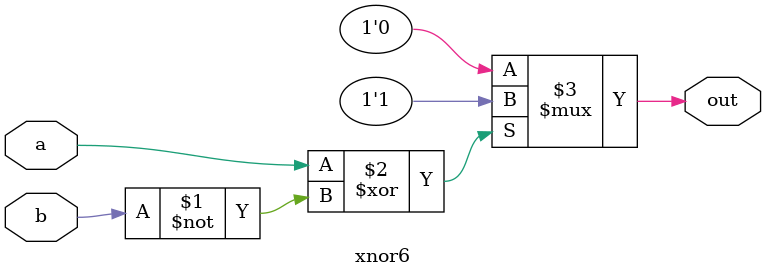
<source format=v>
module xnor6 (
    input wire a,
    input wire b,
    output wire out
);

assign out = (a ^ b == 1'b0) ? 1'b1 : 1'b0;

endmodule

</source>
